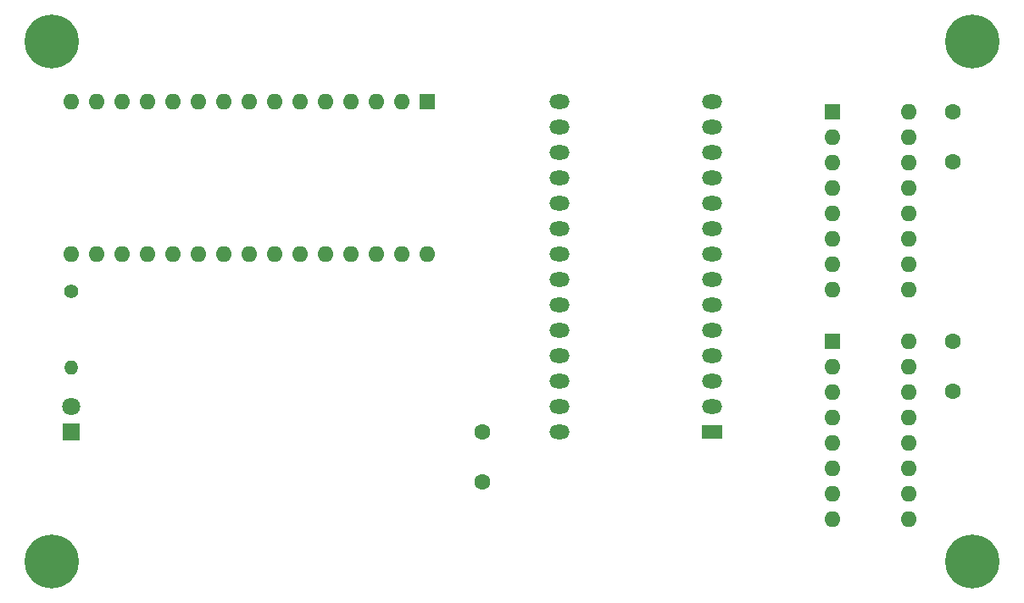
<source format=gbr>
%TF.GenerationSoftware,KiCad,Pcbnew,5.1.10*%
%TF.CreationDate,2021-08-06T14:58:04+02:00*%
%TF.ProjectId,EEPROM-Programmer,45455052-4f4d-42d5-9072-6f6772616d6d,rev?*%
%TF.SameCoordinates,Original*%
%TF.FileFunction,Soldermask,Bot*%
%TF.FilePolarity,Negative*%
%FSLAX46Y46*%
G04 Gerber Fmt 4.6, Leading zero omitted, Abs format (unit mm)*
G04 Created by KiCad (PCBNEW 5.1.10) date 2021-08-06 14:58:04*
%MOMM*%
%LPD*%
G01*
G04 APERTURE LIST*
%ADD10R,1.600000X1.600000*%
%ADD11O,1.600000X1.600000*%
%ADD12O,1.400000X1.400000*%
%ADD13C,1.400000*%
%ADD14C,1.800000*%
%ADD15R,1.800000X1.800000*%
%ADD16O,2.000000X1.440000*%
%ADD17R,2.000000X1.440000*%
%ADD18C,5.400000*%
%ADD19C,1.600000*%
G04 APERTURE END LIST*
D10*
%TO.C,Arduino Nano*%
X138045000Y-75920000D03*
D11*
X105025000Y-91160000D03*
X135505000Y-75920000D03*
X107565000Y-91160000D03*
X132965000Y-75920000D03*
X110105000Y-91160000D03*
X130425000Y-75920000D03*
X112645000Y-91160000D03*
X127885000Y-75920000D03*
X115185000Y-91160000D03*
X125345000Y-75920000D03*
X117725000Y-91160000D03*
X122805000Y-75920000D03*
X120265000Y-91160000D03*
X120265000Y-75920000D03*
X122805000Y-91160000D03*
X117725000Y-75920000D03*
X125345000Y-91160000D03*
X115185000Y-75920000D03*
X127885000Y-91160000D03*
X112645000Y-75920000D03*
X130425000Y-91160000D03*
X110105000Y-75920000D03*
X132965000Y-91160000D03*
X107565000Y-75920000D03*
X135505000Y-91160000D03*
X105025000Y-75920000D03*
X138045000Y-91160000D03*
X102485000Y-75920000D03*
X102485000Y-91160000D03*
%TD*%
D12*
%TO.C,220*%
X102485000Y-102540000D03*
D13*
X102485000Y-94920000D03*
%TD*%
D14*
%TO.C,D1*%
X102485000Y-106380000D03*
D15*
X102485000Y-108920000D03*
%TD*%
D16*
%TO.C,28C256*%
X151245000Y-75920000D03*
X166485000Y-75920000D03*
X151245000Y-78460000D03*
X166485000Y-78460000D03*
X151245000Y-81000000D03*
X166485000Y-81000000D03*
X151245000Y-83540000D03*
X166485000Y-83540000D03*
X151245000Y-86080000D03*
X166485000Y-86080000D03*
X151245000Y-88620000D03*
X166485000Y-88620000D03*
X151245000Y-91160000D03*
X166485000Y-91160000D03*
X151245000Y-93700000D03*
X166485000Y-93700000D03*
X151245000Y-96240000D03*
X166485000Y-96240000D03*
X151245000Y-98780000D03*
X166485000Y-98780000D03*
X151245000Y-101320000D03*
X166485000Y-101320000D03*
X151245000Y-103860000D03*
X166485000Y-103860000D03*
X151245000Y-106400000D03*
X166485000Y-106400000D03*
X151245000Y-108940000D03*
D17*
X166485000Y-108940000D03*
%TD*%
D18*
%TO.C,H4*%
X100485000Y-121920000D03*
%TD*%
%TO.C,H1*%
X100485000Y-69920000D03*
%TD*%
D19*
%TO.C,C3*%
X143485000Y-113920000D03*
X143485000Y-108920000D03*
%TD*%
%TO.C,C1*%
X190485000Y-81920000D03*
X190485000Y-76920000D03*
%TD*%
D18*
%TO.C,H2*%
X192485000Y-69920000D03*
%TD*%
%TO.C,H3*%
X192485000Y-121920000D03*
%TD*%
D19*
%TO.C,C2*%
X190485000Y-104920000D03*
X190485000Y-99920000D03*
%TD*%
D10*
%TO.C,74HC595*%
X178485000Y-76920000D03*
D11*
X186105000Y-94700000D03*
X178485000Y-79460000D03*
X186105000Y-92160000D03*
X178485000Y-82000000D03*
X186105000Y-89620000D03*
X178485000Y-84540000D03*
X186105000Y-87080000D03*
X178485000Y-87080000D03*
X186105000Y-84540000D03*
X178485000Y-89620000D03*
X186105000Y-82000000D03*
X178485000Y-92160000D03*
X186105000Y-79460000D03*
X178485000Y-94700000D03*
X186105000Y-76920000D03*
%TD*%
D10*
%TO.C,74HC595*%
X178485000Y-99920000D03*
D11*
X186105000Y-117700000D03*
X178485000Y-102460000D03*
X186105000Y-115160000D03*
X178485000Y-105000000D03*
X186105000Y-112620000D03*
X178485000Y-107540000D03*
X186105000Y-110080000D03*
X178485000Y-110080000D03*
X186105000Y-107540000D03*
X178485000Y-112620000D03*
X186105000Y-105000000D03*
X178485000Y-115160000D03*
X186105000Y-102460000D03*
X178485000Y-117700000D03*
X186105000Y-99920000D03*
%TD*%
M02*

</source>
